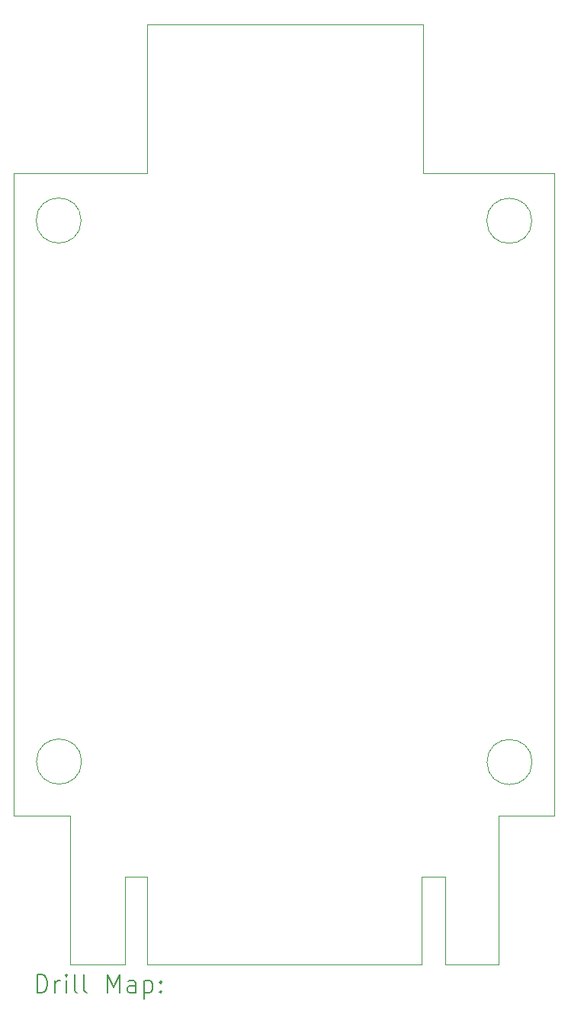
<source format=gbr>
%TF.GenerationSoftware,KiCad,Pcbnew,8.0.6*%
%TF.CreationDate,2024-11-26T16:01:55+01:00*%
%TF.ProjectId,PicoA10400,5069636f-4131-4303-9430-302e6b696361,rev?*%
%TF.SameCoordinates,Original*%
%TF.FileFunction,Drillmap*%
%TF.FilePolarity,Positive*%
%FSLAX45Y45*%
G04 Gerber Fmt 4.5, Leading zero omitted, Abs format (unit mm)*
G04 Created by KiCad (PCBNEW 8.0.6) date 2024-11-26 16:01:55*
%MOMM*%
%LPD*%
G01*
G04 APERTURE LIST*
%ADD10C,0.100000*%
%ADD11C,0.050000*%
%ADD12C,0.200000*%
G04 APERTURE END LIST*
D10*
X12880000Y-18800000D02*
X13500000Y-18800000D01*
X12040000Y-11670000D02*
X13500000Y-11670000D01*
X8120000Y-18800000D02*
X7500000Y-18800000D01*
X13253000Y-18205500D02*
G75*
G02*
X12753000Y-18205500I-250000J0D01*
G01*
X12753000Y-18205500D02*
G75*
G02*
X13253000Y-18205500I250000J0D01*
G01*
X8980000Y-11670000D02*
X7500000Y-11670000D01*
X8250000Y-18200000D02*
G75*
G02*
X7750000Y-18200000I-250000J0D01*
G01*
X7750000Y-18200000D02*
G75*
G02*
X8250000Y-18200000I250000J0D01*
G01*
X8246000Y-12196500D02*
G75*
G02*
X7746000Y-12196500I-250000J0D01*
G01*
X7746000Y-12196500D02*
G75*
G02*
X8246000Y-12196500I250000J0D01*
G01*
X13500000Y-11670000D02*
X13500000Y-18800000D01*
X7500000Y-11670000D02*
X7500000Y-18800000D01*
X13250000Y-12200000D02*
G75*
G02*
X12750000Y-12200000I-250000J0D01*
G01*
X12750000Y-12200000D02*
G75*
G02*
X13250000Y-12200000I250000J0D01*
G01*
D11*
X8980000Y-10019000D02*
X8980000Y-11670000D01*
X8980000Y-10019000D02*
X12040000Y-10020000D01*
X12040000Y-10020000D02*
X12040000Y-11670000D01*
X8120000Y-18800000D02*
X8120000Y-20451000D01*
X8120000Y-20451000D02*
X8730000Y-20451000D01*
X8730000Y-19481000D02*
X8980000Y-19481000D01*
X8730000Y-20451000D02*
X8730000Y-19481000D01*
X8980000Y-19481000D02*
X8980000Y-20451000D01*
X8980000Y-20451000D02*
X12030000Y-20451000D01*
X12030000Y-19481000D02*
X12290000Y-19481000D01*
X12030000Y-20451000D02*
X12030000Y-19481000D01*
X12290000Y-19481000D02*
X12290000Y-20451000D01*
X12290000Y-20451000D02*
X12880000Y-20451000D01*
X12880000Y-20451000D02*
X12880000Y-18800000D01*
D12*
X7755777Y-20764984D02*
X7755777Y-20564984D01*
X7755777Y-20564984D02*
X7803396Y-20564984D01*
X7803396Y-20564984D02*
X7831967Y-20574508D01*
X7831967Y-20574508D02*
X7851015Y-20593555D01*
X7851015Y-20593555D02*
X7860539Y-20612603D01*
X7860539Y-20612603D02*
X7870062Y-20650698D01*
X7870062Y-20650698D02*
X7870062Y-20679270D01*
X7870062Y-20679270D02*
X7860539Y-20717365D01*
X7860539Y-20717365D02*
X7851015Y-20736412D01*
X7851015Y-20736412D02*
X7831967Y-20755460D01*
X7831967Y-20755460D02*
X7803396Y-20764984D01*
X7803396Y-20764984D02*
X7755777Y-20764984D01*
X7955777Y-20764984D02*
X7955777Y-20631650D01*
X7955777Y-20669746D02*
X7965301Y-20650698D01*
X7965301Y-20650698D02*
X7974824Y-20641174D01*
X7974824Y-20641174D02*
X7993872Y-20631650D01*
X7993872Y-20631650D02*
X8012920Y-20631650D01*
X8079586Y-20764984D02*
X8079586Y-20631650D01*
X8079586Y-20564984D02*
X8070062Y-20574508D01*
X8070062Y-20574508D02*
X8079586Y-20584031D01*
X8079586Y-20584031D02*
X8089110Y-20574508D01*
X8089110Y-20574508D02*
X8079586Y-20564984D01*
X8079586Y-20564984D02*
X8079586Y-20584031D01*
X8203396Y-20764984D02*
X8184348Y-20755460D01*
X8184348Y-20755460D02*
X8174824Y-20736412D01*
X8174824Y-20736412D02*
X8174824Y-20564984D01*
X8308158Y-20764984D02*
X8289110Y-20755460D01*
X8289110Y-20755460D02*
X8279586Y-20736412D01*
X8279586Y-20736412D02*
X8279586Y-20564984D01*
X8536729Y-20764984D02*
X8536729Y-20564984D01*
X8536729Y-20564984D02*
X8603396Y-20707841D01*
X8603396Y-20707841D02*
X8670063Y-20564984D01*
X8670063Y-20564984D02*
X8670063Y-20764984D01*
X8851015Y-20764984D02*
X8851015Y-20660222D01*
X8851015Y-20660222D02*
X8841491Y-20641174D01*
X8841491Y-20641174D02*
X8822444Y-20631650D01*
X8822444Y-20631650D02*
X8784348Y-20631650D01*
X8784348Y-20631650D02*
X8765301Y-20641174D01*
X8851015Y-20755460D02*
X8831967Y-20764984D01*
X8831967Y-20764984D02*
X8784348Y-20764984D01*
X8784348Y-20764984D02*
X8765301Y-20755460D01*
X8765301Y-20755460D02*
X8755777Y-20736412D01*
X8755777Y-20736412D02*
X8755777Y-20717365D01*
X8755777Y-20717365D02*
X8765301Y-20698317D01*
X8765301Y-20698317D02*
X8784348Y-20688793D01*
X8784348Y-20688793D02*
X8831967Y-20688793D01*
X8831967Y-20688793D02*
X8851015Y-20679270D01*
X8946253Y-20631650D02*
X8946253Y-20831650D01*
X8946253Y-20641174D02*
X8965301Y-20631650D01*
X8965301Y-20631650D02*
X9003396Y-20631650D01*
X9003396Y-20631650D02*
X9022444Y-20641174D01*
X9022444Y-20641174D02*
X9031967Y-20650698D01*
X9031967Y-20650698D02*
X9041491Y-20669746D01*
X9041491Y-20669746D02*
X9041491Y-20726889D01*
X9041491Y-20726889D02*
X9031967Y-20745936D01*
X9031967Y-20745936D02*
X9022444Y-20755460D01*
X9022444Y-20755460D02*
X9003396Y-20764984D01*
X9003396Y-20764984D02*
X8965301Y-20764984D01*
X8965301Y-20764984D02*
X8946253Y-20755460D01*
X9127205Y-20745936D02*
X9136729Y-20755460D01*
X9136729Y-20755460D02*
X9127205Y-20764984D01*
X9127205Y-20764984D02*
X9117682Y-20755460D01*
X9117682Y-20755460D02*
X9127205Y-20745936D01*
X9127205Y-20745936D02*
X9127205Y-20764984D01*
X9127205Y-20641174D02*
X9136729Y-20650698D01*
X9136729Y-20650698D02*
X9127205Y-20660222D01*
X9127205Y-20660222D02*
X9117682Y-20650698D01*
X9117682Y-20650698D02*
X9127205Y-20641174D01*
X9127205Y-20641174D02*
X9127205Y-20660222D01*
M02*

</source>
